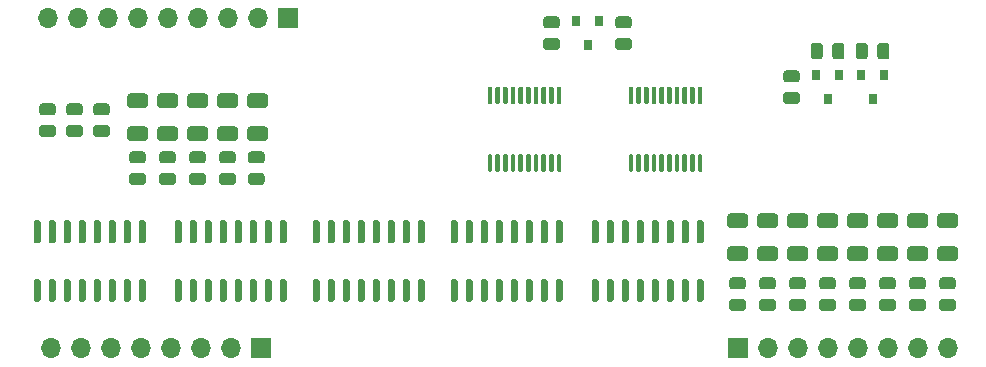
<source format=gbr>
%TF.GenerationSoftware,KiCad,Pcbnew,(5.1.10-1-10_14)*%
%TF.CreationDate,2021-10-28T11:05:28-04:00*%
%TF.ProjectId,ALU-smd,414c552d-736d-4642-9e6b-696361645f70,rev?*%
%TF.SameCoordinates,Original*%
%TF.FileFunction,Soldermask,Top*%
%TF.FilePolarity,Negative*%
%FSLAX46Y46*%
G04 Gerber Fmt 4.6, Leading zero omitted, Abs format (unit mm)*
G04 Created by KiCad (PCBNEW (5.1.10-1-10_14)) date 2021-10-28 11:05:28*
%MOMM*%
%LPD*%
G01*
G04 APERTURE LIST*
%ADD10R,0.800000X0.900000*%
%ADD11R,1.700000X1.700000*%
%ADD12O,1.700000X1.700000*%
G04 APERTURE END LIST*
%TO.C,U9*%
G36*
G01*
X91890001Y-146158000D02*
X90989999Y-146158000D01*
G75*
G02*
X90740000Y-145908001I0J249999D01*
G01*
X90740000Y-145382999D01*
G75*
G02*
X90989999Y-145133000I249999J0D01*
G01*
X91890001Y-145133000D01*
G75*
G02*
X92140000Y-145382999I0J-249999D01*
G01*
X92140000Y-145908001D01*
G75*
G02*
X91890001Y-146158000I-249999J0D01*
G01*
G37*
G36*
G01*
X91890001Y-147983000D02*
X90989999Y-147983000D01*
G75*
G02*
X90740000Y-147733001I0J249999D01*
G01*
X90740000Y-147207999D01*
G75*
G02*
X90989999Y-146958000I249999J0D01*
G01*
X91890001Y-146958000D01*
G75*
G02*
X92140000Y-147207999I0J-249999D01*
G01*
X92140000Y-147733001D01*
G75*
G02*
X91890001Y-147983000I-249999J0D01*
G01*
G37*
%TD*%
%TO.C,U8*%
G36*
G01*
X92065000Y-141465000D02*
X90815000Y-141465000D01*
G75*
G02*
X90565000Y-141215000I0J250000D01*
G01*
X90565000Y-140465000D01*
G75*
G02*
X90815000Y-140215000I250000J0D01*
G01*
X92065000Y-140215000D01*
G75*
G02*
X92315000Y-140465000I0J-250000D01*
G01*
X92315000Y-141215000D01*
G75*
G02*
X92065000Y-141465000I-250000J0D01*
G01*
G37*
G36*
G01*
X92065000Y-144265000D02*
X90815000Y-144265000D01*
G75*
G02*
X90565000Y-144015000I0J250000D01*
G01*
X90565000Y-143265000D01*
G75*
G02*
X90815000Y-143015000I250000J0D01*
G01*
X92065000Y-143015000D01*
G75*
G02*
X92315000Y-143265000I0J-250000D01*
G01*
X92315000Y-144015000D01*
G75*
G02*
X92065000Y-144265000I-250000J0D01*
G01*
G37*
%TD*%
%TO.C,U4*%
G36*
G01*
X81222001Y-142094000D02*
X80321999Y-142094000D01*
G75*
G02*
X80072000Y-141844001I0J249999D01*
G01*
X80072000Y-141318999D01*
G75*
G02*
X80321999Y-141069000I249999J0D01*
G01*
X81222001Y-141069000D01*
G75*
G02*
X81472000Y-141318999I0J-249999D01*
G01*
X81472000Y-141844001D01*
G75*
G02*
X81222001Y-142094000I-249999J0D01*
G01*
G37*
G36*
G01*
X81222001Y-143919000D02*
X80321999Y-143919000D01*
G75*
G02*
X80072000Y-143669001I0J249999D01*
G01*
X80072000Y-143143999D01*
G75*
G02*
X80321999Y-142894000I249999J0D01*
G01*
X81222001Y-142894000D01*
G75*
G02*
X81472000Y-143143999I0J-249999D01*
G01*
X81472000Y-143669001D01*
G75*
G02*
X81222001Y-143919000I-249999J0D01*
G01*
G37*
%TD*%
%TO.C,U23*%
G36*
G01*
X119411000Y-145381000D02*
X119611000Y-145381000D01*
G75*
G02*
X119711000Y-145481000I0J-100000D01*
G01*
X119711000Y-146756000D01*
G75*
G02*
X119611000Y-146856000I-100000J0D01*
G01*
X119411000Y-146856000D01*
G75*
G02*
X119311000Y-146756000I0J100000D01*
G01*
X119311000Y-145481000D01*
G75*
G02*
X119411000Y-145381000I100000J0D01*
G01*
G37*
G36*
G01*
X118761000Y-145381000D02*
X118961000Y-145381000D01*
G75*
G02*
X119061000Y-145481000I0J-100000D01*
G01*
X119061000Y-146756000D01*
G75*
G02*
X118961000Y-146856000I-100000J0D01*
G01*
X118761000Y-146856000D01*
G75*
G02*
X118661000Y-146756000I0J100000D01*
G01*
X118661000Y-145481000D01*
G75*
G02*
X118761000Y-145381000I100000J0D01*
G01*
G37*
G36*
G01*
X118111000Y-145381000D02*
X118311000Y-145381000D01*
G75*
G02*
X118411000Y-145481000I0J-100000D01*
G01*
X118411000Y-146756000D01*
G75*
G02*
X118311000Y-146856000I-100000J0D01*
G01*
X118111000Y-146856000D01*
G75*
G02*
X118011000Y-146756000I0J100000D01*
G01*
X118011000Y-145481000D01*
G75*
G02*
X118111000Y-145381000I100000J0D01*
G01*
G37*
G36*
G01*
X117461000Y-145381000D02*
X117661000Y-145381000D01*
G75*
G02*
X117761000Y-145481000I0J-100000D01*
G01*
X117761000Y-146756000D01*
G75*
G02*
X117661000Y-146856000I-100000J0D01*
G01*
X117461000Y-146856000D01*
G75*
G02*
X117361000Y-146756000I0J100000D01*
G01*
X117361000Y-145481000D01*
G75*
G02*
X117461000Y-145381000I100000J0D01*
G01*
G37*
G36*
G01*
X116811000Y-145381000D02*
X117011000Y-145381000D01*
G75*
G02*
X117111000Y-145481000I0J-100000D01*
G01*
X117111000Y-146756000D01*
G75*
G02*
X117011000Y-146856000I-100000J0D01*
G01*
X116811000Y-146856000D01*
G75*
G02*
X116711000Y-146756000I0J100000D01*
G01*
X116711000Y-145481000D01*
G75*
G02*
X116811000Y-145381000I100000J0D01*
G01*
G37*
G36*
G01*
X116161000Y-145381000D02*
X116361000Y-145381000D01*
G75*
G02*
X116461000Y-145481000I0J-100000D01*
G01*
X116461000Y-146756000D01*
G75*
G02*
X116361000Y-146856000I-100000J0D01*
G01*
X116161000Y-146856000D01*
G75*
G02*
X116061000Y-146756000I0J100000D01*
G01*
X116061000Y-145481000D01*
G75*
G02*
X116161000Y-145381000I100000J0D01*
G01*
G37*
G36*
G01*
X115511000Y-145381000D02*
X115711000Y-145381000D01*
G75*
G02*
X115811000Y-145481000I0J-100000D01*
G01*
X115811000Y-146756000D01*
G75*
G02*
X115711000Y-146856000I-100000J0D01*
G01*
X115511000Y-146856000D01*
G75*
G02*
X115411000Y-146756000I0J100000D01*
G01*
X115411000Y-145481000D01*
G75*
G02*
X115511000Y-145381000I100000J0D01*
G01*
G37*
G36*
G01*
X114861000Y-145381000D02*
X115061000Y-145381000D01*
G75*
G02*
X115161000Y-145481000I0J-100000D01*
G01*
X115161000Y-146756000D01*
G75*
G02*
X115061000Y-146856000I-100000J0D01*
G01*
X114861000Y-146856000D01*
G75*
G02*
X114761000Y-146756000I0J100000D01*
G01*
X114761000Y-145481000D01*
G75*
G02*
X114861000Y-145381000I100000J0D01*
G01*
G37*
G36*
G01*
X114211000Y-145381000D02*
X114411000Y-145381000D01*
G75*
G02*
X114511000Y-145481000I0J-100000D01*
G01*
X114511000Y-146756000D01*
G75*
G02*
X114411000Y-146856000I-100000J0D01*
G01*
X114211000Y-146856000D01*
G75*
G02*
X114111000Y-146756000I0J100000D01*
G01*
X114111000Y-145481000D01*
G75*
G02*
X114211000Y-145381000I100000J0D01*
G01*
G37*
G36*
G01*
X113561000Y-145381000D02*
X113761000Y-145381000D01*
G75*
G02*
X113861000Y-145481000I0J-100000D01*
G01*
X113861000Y-146756000D01*
G75*
G02*
X113761000Y-146856000I-100000J0D01*
G01*
X113561000Y-146856000D01*
G75*
G02*
X113461000Y-146756000I0J100000D01*
G01*
X113461000Y-145481000D01*
G75*
G02*
X113561000Y-145381000I100000J0D01*
G01*
G37*
G36*
G01*
X113561000Y-139656000D02*
X113761000Y-139656000D01*
G75*
G02*
X113861000Y-139756000I0J-100000D01*
G01*
X113861000Y-141031000D01*
G75*
G02*
X113761000Y-141131000I-100000J0D01*
G01*
X113561000Y-141131000D01*
G75*
G02*
X113461000Y-141031000I0J100000D01*
G01*
X113461000Y-139756000D01*
G75*
G02*
X113561000Y-139656000I100000J0D01*
G01*
G37*
G36*
G01*
X114211000Y-139656000D02*
X114411000Y-139656000D01*
G75*
G02*
X114511000Y-139756000I0J-100000D01*
G01*
X114511000Y-141031000D01*
G75*
G02*
X114411000Y-141131000I-100000J0D01*
G01*
X114211000Y-141131000D01*
G75*
G02*
X114111000Y-141031000I0J100000D01*
G01*
X114111000Y-139756000D01*
G75*
G02*
X114211000Y-139656000I100000J0D01*
G01*
G37*
G36*
G01*
X114861000Y-139656000D02*
X115061000Y-139656000D01*
G75*
G02*
X115161000Y-139756000I0J-100000D01*
G01*
X115161000Y-141031000D01*
G75*
G02*
X115061000Y-141131000I-100000J0D01*
G01*
X114861000Y-141131000D01*
G75*
G02*
X114761000Y-141031000I0J100000D01*
G01*
X114761000Y-139756000D01*
G75*
G02*
X114861000Y-139656000I100000J0D01*
G01*
G37*
G36*
G01*
X115511000Y-139656000D02*
X115711000Y-139656000D01*
G75*
G02*
X115811000Y-139756000I0J-100000D01*
G01*
X115811000Y-141031000D01*
G75*
G02*
X115711000Y-141131000I-100000J0D01*
G01*
X115511000Y-141131000D01*
G75*
G02*
X115411000Y-141031000I0J100000D01*
G01*
X115411000Y-139756000D01*
G75*
G02*
X115511000Y-139656000I100000J0D01*
G01*
G37*
G36*
G01*
X116161000Y-139656000D02*
X116361000Y-139656000D01*
G75*
G02*
X116461000Y-139756000I0J-100000D01*
G01*
X116461000Y-141031000D01*
G75*
G02*
X116361000Y-141131000I-100000J0D01*
G01*
X116161000Y-141131000D01*
G75*
G02*
X116061000Y-141031000I0J100000D01*
G01*
X116061000Y-139756000D01*
G75*
G02*
X116161000Y-139656000I100000J0D01*
G01*
G37*
G36*
G01*
X116811000Y-139656000D02*
X117011000Y-139656000D01*
G75*
G02*
X117111000Y-139756000I0J-100000D01*
G01*
X117111000Y-141031000D01*
G75*
G02*
X117011000Y-141131000I-100000J0D01*
G01*
X116811000Y-141131000D01*
G75*
G02*
X116711000Y-141031000I0J100000D01*
G01*
X116711000Y-139756000D01*
G75*
G02*
X116811000Y-139656000I100000J0D01*
G01*
G37*
G36*
G01*
X117461000Y-139656000D02*
X117661000Y-139656000D01*
G75*
G02*
X117761000Y-139756000I0J-100000D01*
G01*
X117761000Y-141031000D01*
G75*
G02*
X117661000Y-141131000I-100000J0D01*
G01*
X117461000Y-141131000D01*
G75*
G02*
X117361000Y-141031000I0J100000D01*
G01*
X117361000Y-139756000D01*
G75*
G02*
X117461000Y-139656000I100000J0D01*
G01*
G37*
G36*
G01*
X118111000Y-139656000D02*
X118311000Y-139656000D01*
G75*
G02*
X118411000Y-139756000I0J-100000D01*
G01*
X118411000Y-141031000D01*
G75*
G02*
X118311000Y-141131000I-100000J0D01*
G01*
X118111000Y-141131000D01*
G75*
G02*
X118011000Y-141031000I0J100000D01*
G01*
X118011000Y-139756000D01*
G75*
G02*
X118111000Y-139656000I100000J0D01*
G01*
G37*
G36*
G01*
X118761000Y-139656000D02*
X118961000Y-139656000D01*
G75*
G02*
X119061000Y-139756000I0J-100000D01*
G01*
X119061000Y-141031000D01*
G75*
G02*
X118961000Y-141131000I-100000J0D01*
G01*
X118761000Y-141131000D01*
G75*
G02*
X118661000Y-141031000I0J100000D01*
G01*
X118661000Y-139756000D01*
G75*
G02*
X118761000Y-139656000I100000J0D01*
G01*
G37*
G36*
G01*
X119411000Y-139656000D02*
X119611000Y-139656000D01*
G75*
G02*
X119711000Y-139756000I0J-100000D01*
G01*
X119711000Y-141031000D01*
G75*
G02*
X119611000Y-141131000I-100000J0D01*
G01*
X119411000Y-141131000D01*
G75*
G02*
X119311000Y-141031000I0J100000D01*
G01*
X119311000Y-139756000D01*
G75*
G02*
X119411000Y-139656000I100000J0D01*
G01*
G37*
%TD*%
%TO.C,U7*%
G36*
G01*
X94326501Y-146158000D02*
X93426499Y-146158000D01*
G75*
G02*
X93176500Y-145908001I0J249999D01*
G01*
X93176500Y-145382999D01*
G75*
G02*
X93426499Y-145133000I249999J0D01*
G01*
X94326501Y-145133000D01*
G75*
G02*
X94576500Y-145382999I0J-249999D01*
G01*
X94576500Y-145908001D01*
G75*
G02*
X94326501Y-146158000I-249999J0D01*
G01*
G37*
G36*
G01*
X94326501Y-147983000D02*
X93426499Y-147983000D01*
G75*
G02*
X93176500Y-147733001I0J249999D01*
G01*
X93176500Y-147207999D01*
G75*
G02*
X93426499Y-146958000I249999J0D01*
G01*
X94326501Y-146958000D01*
G75*
G02*
X94576500Y-147207999I0J-249999D01*
G01*
X94576500Y-147733001D01*
G75*
G02*
X94326501Y-147983000I-249999J0D01*
G01*
G37*
%TD*%
%TO.C,U3*%
G36*
G01*
X94605000Y-141465000D02*
X93355000Y-141465000D01*
G75*
G02*
X93105000Y-141215000I0J250000D01*
G01*
X93105000Y-140465000D01*
G75*
G02*
X93355000Y-140215000I250000J0D01*
G01*
X94605000Y-140215000D01*
G75*
G02*
X94855000Y-140465000I0J-250000D01*
G01*
X94855000Y-141215000D01*
G75*
G02*
X94605000Y-141465000I-250000J0D01*
G01*
G37*
G36*
G01*
X94605000Y-144265000D02*
X93355000Y-144265000D01*
G75*
G02*
X93105000Y-144015000I0J250000D01*
G01*
X93105000Y-143265000D01*
G75*
G02*
X93355000Y-143015000I250000J0D01*
G01*
X94605000Y-143015000D01*
G75*
G02*
X94855000Y-143265000I0J-250000D01*
G01*
X94855000Y-144015000D01*
G75*
G02*
X94605000Y-144265000I-250000J0D01*
G01*
G37*
%TD*%
%TO.C,U2*%
G36*
G01*
X84270001Y-146158000D02*
X83369999Y-146158000D01*
G75*
G02*
X83120000Y-145908001I0J249999D01*
G01*
X83120000Y-145382999D01*
G75*
G02*
X83369999Y-145133000I249999J0D01*
G01*
X84270001Y-145133000D01*
G75*
G02*
X84520000Y-145382999I0J-249999D01*
G01*
X84520000Y-145908001D01*
G75*
G02*
X84270001Y-146158000I-249999J0D01*
G01*
G37*
G36*
G01*
X84270001Y-147983000D02*
X83369999Y-147983000D01*
G75*
G02*
X83120000Y-147733001I0J249999D01*
G01*
X83120000Y-147207999D01*
G75*
G02*
X83369999Y-146958000I249999J0D01*
G01*
X84270001Y-146958000D01*
G75*
G02*
X84520000Y-147207999I0J-249999D01*
G01*
X84520000Y-147733001D01*
G75*
G02*
X84270001Y-147983000I-249999J0D01*
G01*
G37*
%TD*%
%TO.C,U1*%
G36*
G01*
X84445000Y-141465000D02*
X83195000Y-141465000D01*
G75*
G02*
X82945000Y-141215000I0J250000D01*
G01*
X82945000Y-140465000D01*
G75*
G02*
X83195000Y-140215000I250000J0D01*
G01*
X84445000Y-140215000D01*
G75*
G02*
X84695000Y-140465000I0J-250000D01*
G01*
X84695000Y-141215000D01*
G75*
G02*
X84445000Y-141465000I-250000J0D01*
G01*
G37*
G36*
G01*
X84445000Y-144265000D02*
X83195000Y-144265000D01*
G75*
G02*
X82945000Y-144015000I0J250000D01*
G01*
X82945000Y-143265000D01*
G75*
G02*
X83195000Y-143015000I250000J0D01*
G01*
X84445000Y-143015000D01*
G75*
G02*
X84695000Y-143265000I0J-250000D01*
G01*
X84695000Y-144015000D01*
G75*
G02*
X84445000Y-144265000I-250000J0D01*
G01*
G37*
%TD*%
%TO.C,U41*%
G36*
G01*
X86810001Y-146158000D02*
X85909999Y-146158000D01*
G75*
G02*
X85660000Y-145908001I0J249999D01*
G01*
X85660000Y-145382999D01*
G75*
G02*
X85909999Y-145133000I249999J0D01*
G01*
X86810001Y-145133000D01*
G75*
G02*
X87060000Y-145382999I0J-249999D01*
G01*
X87060000Y-145908001D01*
G75*
G02*
X86810001Y-146158000I-249999J0D01*
G01*
G37*
G36*
G01*
X86810001Y-147983000D02*
X85909999Y-147983000D01*
G75*
G02*
X85660000Y-147733001I0J249999D01*
G01*
X85660000Y-147207999D01*
G75*
G02*
X85909999Y-146958000I249999J0D01*
G01*
X86810001Y-146958000D01*
G75*
G02*
X87060000Y-147207999I0J-249999D01*
G01*
X87060000Y-147733001D01*
G75*
G02*
X86810001Y-147983000I-249999J0D01*
G01*
G37*
%TD*%
%TO.C,U40*%
G36*
G01*
X89350001Y-146158000D02*
X88449999Y-146158000D01*
G75*
G02*
X88200000Y-145908001I0J249999D01*
G01*
X88200000Y-145382999D01*
G75*
G02*
X88449999Y-145133000I249999J0D01*
G01*
X89350001Y-145133000D01*
G75*
G02*
X89600000Y-145382999I0J-249999D01*
G01*
X89600000Y-145908001D01*
G75*
G02*
X89350001Y-146158000I-249999J0D01*
G01*
G37*
G36*
G01*
X89350001Y-147983000D02*
X88449999Y-147983000D01*
G75*
G02*
X88200000Y-147733001I0J249999D01*
G01*
X88200000Y-147207999D01*
G75*
G02*
X88449999Y-146958000I249999J0D01*
G01*
X89350001Y-146958000D01*
G75*
G02*
X89600000Y-147207999I0J-249999D01*
G01*
X89600000Y-147733001D01*
G75*
G02*
X89350001Y-147983000I-249999J0D01*
G01*
G37*
%TD*%
%TO.C,U6*%
G36*
G01*
X78936001Y-142094000D02*
X78035999Y-142094000D01*
G75*
G02*
X77786000Y-141844001I0J249999D01*
G01*
X77786000Y-141318999D01*
G75*
G02*
X78035999Y-141069000I249999J0D01*
G01*
X78936001Y-141069000D01*
G75*
G02*
X79186000Y-141318999I0J-249999D01*
G01*
X79186000Y-141844001D01*
G75*
G02*
X78936001Y-142094000I-249999J0D01*
G01*
G37*
G36*
G01*
X78936001Y-143919000D02*
X78035999Y-143919000D01*
G75*
G02*
X77786000Y-143669001I0J249999D01*
G01*
X77786000Y-143143999D01*
G75*
G02*
X78035999Y-142894000I249999J0D01*
G01*
X78936001Y-142894000D01*
G75*
G02*
X79186000Y-143143999I0J-249999D01*
G01*
X79186000Y-143669001D01*
G75*
G02*
X78936001Y-143919000I-249999J0D01*
G01*
G37*
%TD*%
%TO.C,U5*%
G36*
G01*
X75749999Y-142894000D02*
X76650001Y-142894000D01*
G75*
G02*
X76900000Y-143143999I0J-249999D01*
G01*
X76900000Y-143669001D01*
G75*
G02*
X76650001Y-143919000I-249999J0D01*
G01*
X75749999Y-143919000D01*
G75*
G02*
X75500000Y-143669001I0J249999D01*
G01*
X75500000Y-143143999D01*
G75*
G02*
X75749999Y-142894000I249999J0D01*
G01*
G37*
G36*
G01*
X75749999Y-141069000D02*
X76650001Y-141069000D01*
G75*
G02*
X76900000Y-141318999I0J-249999D01*
G01*
X76900000Y-141844001D01*
G75*
G02*
X76650001Y-142094000I-249999J0D01*
G01*
X75749999Y-142094000D01*
G75*
G02*
X75500000Y-141844001I0J249999D01*
G01*
X75500000Y-141318999D01*
G75*
G02*
X75749999Y-141069000I249999J0D01*
G01*
G37*
%TD*%
%TO.C,R8*%
G36*
G01*
X151949999Y-157626000D02*
X152850001Y-157626000D01*
G75*
G02*
X153100000Y-157875999I0J-249999D01*
G01*
X153100000Y-158401001D01*
G75*
G02*
X152850001Y-158651000I-249999J0D01*
G01*
X151949999Y-158651000D01*
G75*
G02*
X151700000Y-158401001I0J249999D01*
G01*
X151700000Y-157875999D01*
G75*
G02*
X151949999Y-157626000I249999J0D01*
G01*
G37*
G36*
G01*
X151949999Y-155801000D02*
X152850001Y-155801000D01*
G75*
G02*
X153100000Y-156050999I0J-249999D01*
G01*
X153100000Y-156576001D01*
G75*
G02*
X152850001Y-156826000I-249999J0D01*
G01*
X151949999Y-156826000D01*
G75*
G02*
X151700000Y-156576001I0J249999D01*
G01*
X151700000Y-156050999D01*
G75*
G02*
X151949999Y-155801000I249999J0D01*
G01*
G37*
%TD*%
%TO.C,R7*%
G36*
G01*
X149409999Y-157626000D02*
X150310001Y-157626000D01*
G75*
G02*
X150560000Y-157875999I0J-249999D01*
G01*
X150560000Y-158401001D01*
G75*
G02*
X150310001Y-158651000I-249999J0D01*
G01*
X149409999Y-158651000D01*
G75*
G02*
X149160000Y-158401001I0J249999D01*
G01*
X149160000Y-157875999D01*
G75*
G02*
X149409999Y-157626000I249999J0D01*
G01*
G37*
G36*
G01*
X149409999Y-155801000D02*
X150310001Y-155801000D01*
G75*
G02*
X150560000Y-156050999I0J-249999D01*
G01*
X150560000Y-156576001D01*
G75*
G02*
X150310001Y-156826000I-249999J0D01*
G01*
X149409999Y-156826000D01*
G75*
G02*
X149160000Y-156576001I0J249999D01*
G01*
X149160000Y-156050999D01*
G75*
G02*
X149409999Y-155801000I249999J0D01*
G01*
G37*
%TD*%
%TO.C,R6*%
G36*
G01*
X146869999Y-157626000D02*
X147770001Y-157626000D01*
G75*
G02*
X148020000Y-157875999I0J-249999D01*
G01*
X148020000Y-158401001D01*
G75*
G02*
X147770001Y-158651000I-249999J0D01*
G01*
X146869999Y-158651000D01*
G75*
G02*
X146620000Y-158401001I0J249999D01*
G01*
X146620000Y-157875999D01*
G75*
G02*
X146869999Y-157626000I249999J0D01*
G01*
G37*
G36*
G01*
X146869999Y-155801000D02*
X147770001Y-155801000D01*
G75*
G02*
X148020000Y-156050999I0J-249999D01*
G01*
X148020000Y-156576001D01*
G75*
G02*
X147770001Y-156826000I-249999J0D01*
G01*
X146869999Y-156826000D01*
G75*
G02*
X146620000Y-156576001I0J249999D01*
G01*
X146620000Y-156050999D01*
G75*
G02*
X146869999Y-155801000I249999J0D01*
G01*
G37*
%TD*%
%TO.C,R5*%
G36*
G01*
X144329999Y-157626000D02*
X145230001Y-157626000D01*
G75*
G02*
X145480000Y-157875999I0J-249999D01*
G01*
X145480000Y-158401001D01*
G75*
G02*
X145230001Y-158651000I-249999J0D01*
G01*
X144329999Y-158651000D01*
G75*
G02*
X144080000Y-158401001I0J249999D01*
G01*
X144080000Y-157875999D01*
G75*
G02*
X144329999Y-157626000I249999J0D01*
G01*
G37*
G36*
G01*
X144329999Y-155801000D02*
X145230001Y-155801000D01*
G75*
G02*
X145480000Y-156050999I0J-249999D01*
G01*
X145480000Y-156576001D01*
G75*
G02*
X145230001Y-156826000I-249999J0D01*
G01*
X144329999Y-156826000D01*
G75*
G02*
X144080000Y-156576001I0J249999D01*
G01*
X144080000Y-156050999D01*
G75*
G02*
X144329999Y-155801000I249999J0D01*
G01*
G37*
%TD*%
%TO.C,R4*%
G36*
G01*
X141789999Y-157626000D02*
X142690001Y-157626000D01*
G75*
G02*
X142940000Y-157875999I0J-249999D01*
G01*
X142940000Y-158401001D01*
G75*
G02*
X142690001Y-158651000I-249999J0D01*
G01*
X141789999Y-158651000D01*
G75*
G02*
X141540000Y-158401001I0J249999D01*
G01*
X141540000Y-157875999D01*
G75*
G02*
X141789999Y-157626000I249999J0D01*
G01*
G37*
G36*
G01*
X141789999Y-155801000D02*
X142690001Y-155801000D01*
G75*
G02*
X142940000Y-156050999I0J-249999D01*
G01*
X142940000Y-156576001D01*
G75*
G02*
X142690001Y-156826000I-249999J0D01*
G01*
X141789999Y-156826000D01*
G75*
G02*
X141540000Y-156576001I0J249999D01*
G01*
X141540000Y-156050999D01*
G75*
G02*
X141789999Y-155801000I249999J0D01*
G01*
G37*
%TD*%
%TO.C,R3*%
G36*
G01*
X139249999Y-157626000D02*
X140150001Y-157626000D01*
G75*
G02*
X140400000Y-157875999I0J-249999D01*
G01*
X140400000Y-158401001D01*
G75*
G02*
X140150001Y-158651000I-249999J0D01*
G01*
X139249999Y-158651000D01*
G75*
G02*
X139000000Y-158401001I0J249999D01*
G01*
X139000000Y-157875999D01*
G75*
G02*
X139249999Y-157626000I249999J0D01*
G01*
G37*
G36*
G01*
X139249999Y-155801000D02*
X140150001Y-155801000D01*
G75*
G02*
X140400000Y-156050999I0J-249999D01*
G01*
X140400000Y-156576001D01*
G75*
G02*
X140150001Y-156826000I-249999J0D01*
G01*
X139249999Y-156826000D01*
G75*
G02*
X139000000Y-156576001I0J249999D01*
G01*
X139000000Y-156050999D01*
G75*
G02*
X139249999Y-155801000I249999J0D01*
G01*
G37*
%TD*%
%TO.C,R2*%
G36*
G01*
X136709999Y-157626000D02*
X137610001Y-157626000D01*
G75*
G02*
X137860000Y-157875999I0J-249999D01*
G01*
X137860000Y-158401001D01*
G75*
G02*
X137610001Y-158651000I-249999J0D01*
G01*
X136709999Y-158651000D01*
G75*
G02*
X136460000Y-158401001I0J249999D01*
G01*
X136460000Y-157875999D01*
G75*
G02*
X136709999Y-157626000I249999J0D01*
G01*
G37*
G36*
G01*
X136709999Y-155801000D02*
X137610001Y-155801000D01*
G75*
G02*
X137860000Y-156050999I0J-249999D01*
G01*
X137860000Y-156576001D01*
G75*
G02*
X137610001Y-156826000I-249999J0D01*
G01*
X136709999Y-156826000D01*
G75*
G02*
X136460000Y-156576001I0J249999D01*
G01*
X136460000Y-156050999D01*
G75*
G02*
X136709999Y-155801000I249999J0D01*
G01*
G37*
%TD*%
%TO.C,R1*%
G36*
G01*
X134169999Y-157626000D02*
X135070001Y-157626000D01*
G75*
G02*
X135320000Y-157875999I0J-249999D01*
G01*
X135320000Y-158401001D01*
G75*
G02*
X135070001Y-158651000I-249999J0D01*
G01*
X134169999Y-158651000D01*
G75*
G02*
X133920000Y-158401001I0J249999D01*
G01*
X133920000Y-157875999D01*
G75*
G02*
X134169999Y-157626000I249999J0D01*
G01*
G37*
G36*
G01*
X134169999Y-155801000D02*
X135070001Y-155801000D01*
G75*
G02*
X135320000Y-156050999I0J-249999D01*
G01*
X135320000Y-156576001D01*
G75*
G02*
X135070001Y-156826000I-249999J0D01*
G01*
X134169999Y-156826000D01*
G75*
G02*
X133920000Y-156576001I0J249999D01*
G01*
X133920000Y-156050999D01*
G75*
G02*
X134169999Y-155801000I249999J0D01*
G01*
G37*
%TD*%
%TO.C,R13*%
G36*
G01*
X124517999Y-135528000D02*
X125418001Y-135528000D01*
G75*
G02*
X125668000Y-135777999I0J-249999D01*
G01*
X125668000Y-136303001D01*
G75*
G02*
X125418001Y-136553000I-249999J0D01*
G01*
X124517999Y-136553000D01*
G75*
G02*
X124268000Y-136303001I0J249999D01*
G01*
X124268000Y-135777999D01*
G75*
G02*
X124517999Y-135528000I249999J0D01*
G01*
G37*
G36*
G01*
X124517999Y-133703000D02*
X125418001Y-133703000D01*
G75*
G02*
X125668000Y-133952999I0J-249999D01*
G01*
X125668000Y-134478001D01*
G75*
G02*
X125418001Y-134728000I-249999J0D01*
G01*
X124517999Y-134728000D01*
G75*
G02*
X124268000Y-134478001I0J249999D01*
G01*
X124268000Y-133952999D01*
G75*
G02*
X124517999Y-133703000I249999J0D01*
G01*
G37*
%TD*%
%TO.C,R12*%
G36*
G01*
X119322001Y-134728000D02*
X118421999Y-134728000D01*
G75*
G02*
X118172000Y-134478001I0J249999D01*
G01*
X118172000Y-133952999D01*
G75*
G02*
X118421999Y-133703000I249999J0D01*
G01*
X119322001Y-133703000D01*
G75*
G02*
X119572000Y-133952999I0J-249999D01*
G01*
X119572000Y-134478001D01*
G75*
G02*
X119322001Y-134728000I-249999J0D01*
G01*
G37*
G36*
G01*
X119322001Y-136553000D02*
X118421999Y-136553000D01*
G75*
G02*
X118172000Y-136303001I0J249999D01*
G01*
X118172000Y-135777999D01*
G75*
G02*
X118421999Y-135528000I249999J0D01*
G01*
X119322001Y-135528000D01*
G75*
G02*
X119572000Y-135777999I0J-249999D01*
G01*
X119572000Y-136303001D01*
G75*
G02*
X119322001Y-136553000I-249999J0D01*
G01*
G37*
%TD*%
%TO.C,R11*%
G36*
G01*
X145650000Y-136201999D02*
X145650000Y-137102001D01*
G75*
G02*
X145400001Y-137352000I-249999J0D01*
G01*
X144874999Y-137352000D01*
G75*
G02*
X144625000Y-137102001I0J249999D01*
G01*
X144625000Y-136201999D01*
G75*
G02*
X144874999Y-135952000I249999J0D01*
G01*
X145400001Y-135952000D01*
G75*
G02*
X145650000Y-136201999I0J-249999D01*
G01*
G37*
G36*
G01*
X147475000Y-136201999D02*
X147475000Y-137102001D01*
G75*
G02*
X147225001Y-137352000I-249999J0D01*
G01*
X146699999Y-137352000D01*
G75*
G02*
X146450000Y-137102001I0J249999D01*
G01*
X146450000Y-136201999D01*
G75*
G02*
X146699999Y-135952000I249999J0D01*
G01*
X147225001Y-135952000D01*
G75*
G02*
X147475000Y-136201999I0J-249999D01*
G01*
G37*
%TD*%
%TO.C,R10*%
G36*
G01*
X139642001Y-139300000D02*
X138741999Y-139300000D01*
G75*
G02*
X138492000Y-139050001I0J249999D01*
G01*
X138492000Y-138524999D01*
G75*
G02*
X138741999Y-138275000I249999J0D01*
G01*
X139642001Y-138275000D01*
G75*
G02*
X139892000Y-138524999I0J-249999D01*
G01*
X139892000Y-139050001D01*
G75*
G02*
X139642001Y-139300000I-249999J0D01*
G01*
G37*
G36*
G01*
X139642001Y-141125000D02*
X138741999Y-141125000D01*
G75*
G02*
X138492000Y-140875001I0J249999D01*
G01*
X138492000Y-140349999D01*
G75*
G02*
X138741999Y-140100000I249999J0D01*
G01*
X139642001Y-140100000D01*
G75*
G02*
X139892000Y-140349999I0J-249999D01*
G01*
X139892000Y-140875001D01*
G75*
G02*
X139642001Y-141125000I-249999J0D01*
G01*
G37*
%TD*%
%TO.C,R9*%
G36*
G01*
X141840000Y-136201999D02*
X141840000Y-137102001D01*
G75*
G02*
X141590001Y-137352000I-249999J0D01*
G01*
X141064999Y-137352000D01*
G75*
G02*
X140815000Y-137102001I0J249999D01*
G01*
X140815000Y-136201999D01*
G75*
G02*
X141064999Y-135952000I249999J0D01*
G01*
X141590001Y-135952000D01*
G75*
G02*
X141840000Y-136201999I0J-249999D01*
G01*
G37*
G36*
G01*
X143665000Y-136201999D02*
X143665000Y-137102001D01*
G75*
G02*
X143415001Y-137352000I-249999J0D01*
G01*
X142889999Y-137352000D01*
G75*
G02*
X142640000Y-137102001I0J249999D01*
G01*
X142640000Y-136201999D01*
G75*
G02*
X142889999Y-135952000I249999J0D01*
G01*
X143415001Y-135952000D01*
G75*
G02*
X143665000Y-136201999I0J-249999D01*
G01*
G37*
%TD*%
%TO.C,U39*%
G36*
G01*
X86985000Y-144265000D02*
X85735000Y-144265000D01*
G75*
G02*
X85485000Y-144015000I0J250000D01*
G01*
X85485000Y-143265000D01*
G75*
G02*
X85735000Y-143015000I250000J0D01*
G01*
X86985000Y-143015000D01*
G75*
G02*
X87235000Y-143265000I0J-250000D01*
G01*
X87235000Y-144015000D01*
G75*
G02*
X86985000Y-144265000I-250000J0D01*
G01*
G37*
G36*
G01*
X86985000Y-141465000D02*
X85735000Y-141465000D01*
G75*
G02*
X85485000Y-141215000I0J250000D01*
G01*
X85485000Y-140465000D01*
G75*
G02*
X85735000Y-140215000I250000J0D01*
G01*
X86985000Y-140215000D01*
G75*
G02*
X87235000Y-140465000I0J-250000D01*
G01*
X87235000Y-141215000D01*
G75*
G02*
X86985000Y-141465000I-250000J0D01*
G01*
G37*
%TD*%
D10*
%TO.C,Q3*%
X122870000Y-134128000D03*
X120970000Y-134128000D03*
X121920000Y-136128000D03*
%TD*%
%TO.C,U38*%
G36*
G01*
X89525000Y-144265000D02*
X88275000Y-144265000D01*
G75*
G02*
X88025000Y-144015000I0J250000D01*
G01*
X88025000Y-143265000D01*
G75*
G02*
X88275000Y-143015000I250000J0D01*
G01*
X89525000Y-143015000D01*
G75*
G02*
X89775000Y-143265000I0J-250000D01*
G01*
X89775000Y-144015000D01*
G75*
G02*
X89525000Y-144265000I-250000J0D01*
G01*
G37*
G36*
G01*
X89525000Y-141465000D02*
X88275000Y-141465000D01*
G75*
G02*
X88025000Y-141215000I0J250000D01*
G01*
X88025000Y-140465000D01*
G75*
G02*
X88275000Y-140215000I250000J0D01*
G01*
X89525000Y-140215000D01*
G75*
G02*
X89775000Y-140465000I0J-250000D01*
G01*
X89775000Y-141215000D01*
G75*
G02*
X89525000Y-141465000I-250000J0D01*
G01*
G37*
%TD*%
%TO.C,U32*%
G36*
G01*
X153025000Y-154425000D02*
X151775000Y-154425000D01*
G75*
G02*
X151525000Y-154175000I0J250000D01*
G01*
X151525000Y-153425000D01*
G75*
G02*
X151775000Y-153175000I250000J0D01*
G01*
X153025000Y-153175000D01*
G75*
G02*
X153275000Y-153425000I0J-250000D01*
G01*
X153275000Y-154175000D01*
G75*
G02*
X153025000Y-154425000I-250000J0D01*
G01*
G37*
G36*
G01*
X153025000Y-151625000D02*
X151775000Y-151625000D01*
G75*
G02*
X151525000Y-151375000I0J250000D01*
G01*
X151525000Y-150625000D01*
G75*
G02*
X151775000Y-150375000I250000J0D01*
G01*
X153025000Y-150375000D01*
G75*
G02*
X153275000Y-150625000I0J-250000D01*
G01*
X153275000Y-151375000D01*
G75*
G02*
X153025000Y-151625000I-250000J0D01*
G01*
G37*
%TD*%
%TO.C,U24*%
G36*
G01*
X125699000Y-146856000D02*
X125499000Y-146856000D01*
G75*
G02*
X125399000Y-146756000I0J100000D01*
G01*
X125399000Y-145481000D01*
G75*
G02*
X125499000Y-145381000I100000J0D01*
G01*
X125699000Y-145381000D01*
G75*
G02*
X125799000Y-145481000I0J-100000D01*
G01*
X125799000Y-146756000D01*
G75*
G02*
X125699000Y-146856000I-100000J0D01*
G01*
G37*
G36*
G01*
X126349000Y-146856000D02*
X126149000Y-146856000D01*
G75*
G02*
X126049000Y-146756000I0J100000D01*
G01*
X126049000Y-145481000D01*
G75*
G02*
X126149000Y-145381000I100000J0D01*
G01*
X126349000Y-145381000D01*
G75*
G02*
X126449000Y-145481000I0J-100000D01*
G01*
X126449000Y-146756000D01*
G75*
G02*
X126349000Y-146856000I-100000J0D01*
G01*
G37*
G36*
G01*
X126999000Y-146856000D02*
X126799000Y-146856000D01*
G75*
G02*
X126699000Y-146756000I0J100000D01*
G01*
X126699000Y-145481000D01*
G75*
G02*
X126799000Y-145381000I100000J0D01*
G01*
X126999000Y-145381000D01*
G75*
G02*
X127099000Y-145481000I0J-100000D01*
G01*
X127099000Y-146756000D01*
G75*
G02*
X126999000Y-146856000I-100000J0D01*
G01*
G37*
G36*
G01*
X127649000Y-146856000D02*
X127449000Y-146856000D01*
G75*
G02*
X127349000Y-146756000I0J100000D01*
G01*
X127349000Y-145481000D01*
G75*
G02*
X127449000Y-145381000I100000J0D01*
G01*
X127649000Y-145381000D01*
G75*
G02*
X127749000Y-145481000I0J-100000D01*
G01*
X127749000Y-146756000D01*
G75*
G02*
X127649000Y-146856000I-100000J0D01*
G01*
G37*
G36*
G01*
X128299000Y-146856000D02*
X128099000Y-146856000D01*
G75*
G02*
X127999000Y-146756000I0J100000D01*
G01*
X127999000Y-145481000D01*
G75*
G02*
X128099000Y-145381000I100000J0D01*
G01*
X128299000Y-145381000D01*
G75*
G02*
X128399000Y-145481000I0J-100000D01*
G01*
X128399000Y-146756000D01*
G75*
G02*
X128299000Y-146856000I-100000J0D01*
G01*
G37*
G36*
G01*
X128949000Y-146856000D02*
X128749000Y-146856000D01*
G75*
G02*
X128649000Y-146756000I0J100000D01*
G01*
X128649000Y-145481000D01*
G75*
G02*
X128749000Y-145381000I100000J0D01*
G01*
X128949000Y-145381000D01*
G75*
G02*
X129049000Y-145481000I0J-100000D01*
G01*
X129049000Y-146756000D01*
G75*
G02*
X128949000Y-146856000I-100000J0D01*
G01*
G37*
G36*
G01*
X129599000Y-146856000D02*
X129399000Y-146856000D01*
G75*
G02*
X129299000Y-146756000I0J100000D01*
G01*
X129299000Y-145481000D01*
G75*
G02*
X129399000Y-145381000I100000J0D01*
G01*
X129599000Y-145381000D01*
G75*
G02*
X129699000Y-145481000I0J-100000D01*
G01*
X129699000Y-146756000D01*
G75*
G02*
X129599000Y-146856000I-100000J0D01*
G01*
G37*
G36*
G01*
X130249000Y-146856000D02*
X130049000Y-146856000D01*
G75*
G02*
X129949000Y-146756000I0J100000D01*
G01*
X129949000Y-145481000D01*
G75*
G02*
X130049000Y-145381000I100000J0D01*
G01*
X130249000Y-145381000D01*
G75*
G02*
X130349000Y-145481000I0J-100000D01*
G01*
X130349000Y-146756000D01*
G75*
G02*
X130249000Y-146856000I-100000J0D01*
G01*
G37*
G36*
G01*
X130899000Y-146856000D02*
X130699000Y-146856000D01*
G75*
G02*
X130599000Y-146756000I0J100000D01*
G01*
X130599000Y-145481000D01*
G75*
G02*
X130699000Y-145381000I100000J0D01*
G01*
X130899000Y-145381000D01*
G75*
G02*
X130999000Y-145481000I0J-100000D01*
G01*
X130999000Y-146756000D01*
G75*
G02*
X130899000Y-146856000I-100000J0D01*
G01*
G37*
G36*
G01*
X131549000Y-146856000D02*
X131349000Y-146856000D01*
G75*
G02*
X131249000Y-146756000I0J100000D01*
G01*
X131249000Y-145481000D01*
G75*
G02*
X131349000Y-145381000I100000J0D01*
G01*
X131549000Y-145381000D01*
G75*
G02*
X131649000Y-145481000I0J-100000D01*
G01*
X131649000Y-146756000D01*
G75*
G02*
X131549000Y-146856000I-100000J0D01*
G01*
G37*
G36*
G01*
X131549000Y-141131000D02*
X131349000Y-141131000D01*
G75*
G02*
X131249000Y-141031000I0J100000D01*
G01*
X131249000Y-139756000D01*
G75*
G02*
X131349000Y-139656000I100000J0D01*
G01*
X131549000Y-139656000D01*
G75*
G02*
X131649000Y-139756000I0J-100000D01*
G01*
X131649000Y-141031000D01*
G75*
G02*
X131549000Y-141131000I-100000J0D01*
G01*
G37*
G36*
G01*
X130899000Y-141131000D02*
X130699000Y-141131000D01*
G75*
G02*
X130599000Y-141031000I0J100000D01*
G01*
X130599000Y-139756000D01*
G75*
G02*
X130699000Y-139656000I100000J0D01*
G01*
X130899000Y-139656000D01*
G75*
G02*
X130999000Y-139756000I0J-100000D01*
G01*
X130999000Y-141031000D01*
G75*
G02*
X130899000Y-141131000I-100000J0D01*
G01*
G37*
G36*
G01*
X130249000Y-141131000D02*
X130049000Y-141131000D01*
G75*
G02*
X129949000Y-141031000I0J100000D01*
G01*
X129949000Y-139756000D01*
G75*
G02*
X130049000Y-139656000I100000J0D01*
G01*
X130249000Y-139656000D01*
G75*
G02*
X130349000Y-139756000I0J-100000D01*
G01*
X130349000Y-141031000D01*
G75*
G02*
X130249000Y-141131000I-100000J0D01*
G01*
G37*
G36*
G01*
X129599000Y-141131000D02*
X129399000Y-141131000D01*
G75*
G02*
X129299000Y-141031000I0J100000D01*
G01*
X129299000Y-139756000D01*
G75*
G02*
X129399000Y-139656000I100000J0D01*
G01*
X129599000Y-139656000D01*
G75*
G02*
X129699000Y-139756000I0J-100000D01*
G01*
X129699000Y-141031000D01*
G75*
G02*
X129599000Y-141131000I-100000J0D01*
G01*
G37*
G36*
G01*
X128949000Y-141131000D02*
X128749000Y-141131000D01*
G75*
G02*
X128649000Y-141031000I0J100000D01*
G01*
X128649000Y-139756000D01*
G75*
G02*
X128749000Y-139656000I100000J0D01*
G01*
X128949000Y-139656000D01*
G75*
G02*
X129049000Y-139756000I0J-100000D01*
G01*
X129049000Y-141031000D01*
G75*
G02*
X128949000Y-141131000I-100000J0D01*
G01*
G37*
G36*
G01*
X128299000Y-141131000D02*
X128099000Y-141131000D01*
G75*
G02*
X127999000Y-141031000I0J100000D01*
G01*
X127999000Y-139756000D01*
G75*
G02*
X128099000Y-139656000I100000J0D01*
G01*
X128299000Y-139656000D01*
G75*
G02*
X128399000Y-139756000I0J-100000D01*
G01*
X128399000Y-141031000D01*
G75*
G02*
X128299000Y-141131000I-100000J0D01*
G01*
G37*
G36*
G01*
X127649000Y-141131000D02*
X127449000Y-141131000D01*
G75*
G02*
X127349000Y-141031000I0J100000D01*
G01*
X127349000Y-139756000D01*
G75*
G02*
X127449000Y-139656000I100000J0D01*
G01*
X127649000Y-139656000D01*
G75*
G02*
X127749000Y-139756000I0J-100000D01*
G01*
X127749000Y-141031000D01*
G75*
G02*
X127649000Y-141131000I-100000J0D01*
G01*
G37*
G36*
G01*
X126999000Y-141131000D02*
X126799000Y-141131000D01*
G75*
G02*
X126699000Y-141031000I0J100000D01*
G01*
X126699000Y-139756000D01*
G75*
G02*
X126799000Y-139656000I100000J0D01*
G01*
X126999000Y-139656000D01*
G75*
G02*
X127099000Y-139756000I0J-100000D01*
G01*
X127099000Y-141031000D01*
G75*
G02*
X126999000Y-141131000I-100000J0D01*
G01*
G37*
G36*
G01*
X126349000Y-141131000D02*
X126149000Y-141131000D01*
G75*
G02*
X126049000Y-141031000I0J100000D01*
G01*
X126049000Y-139756000D01*
G75*
G02*
X126149000Y-139656000I100000J0D01*
G01*
X126349000Y-139656000D01*
G75*
G02*
X126449000Y-139756000I0J-100000D01*
G01*
X126449000Y-141031000D01*
G75*
G02*
X126349000Y-141131000I-100000J0D01*
G01*
G37*
G36*
G01*
X125699000Y-141131000D02*
X125499000Y-141131000D01*
G75*
G02*
X125399000Y-141031000I0J100000D01*
G01*
X125399000Y-139756000D01*
G75*
G02*
X125499000Y-139656000I100000J0D01*
G01*
X125699000Y-139656000D01*
G75*
G02*
X125799000Y-139756000I0J-100000D01*
G01*
X125799000Y-141031000D01*
G75*
G02*
X125699000Y-141131000I-100000J0D01*
G01*
G37*
%TD*%
%TO.C,U26*%
G36*
G01*
X137785000Y-154425000D02*
X136535000Y-154425000D01*
G75*
G02*
X136285000Y-154175000I0J250000D01*
G01*
X136285000Y-153425000D01*
G75*
G02*
X136535000Y-153175000I250000J0D01*
G01*
X137785000Y-153175000D01*
G75*
G02*
X138035000Y-153425000I0J-250000D01*
G01*
X138035000Y-154175000D01*
G75*
G02*
X137785000Y-154425000I-250000J0D01*
G01*
G37*
G36*
G01*
X137785000Y-151625000D02*
X136535000Y-151625000D01*
G75*
G02*
X136285000Y-151375000I0J250000D01*
G01*
X136285000Y-150625000D01*
G75*
G02*
X136535000Y-150375000I250000J0D01*
G01*
X137785000Y-150375000D01*
G75*
G02*
X138035000Y-150625000I0J-250000D01*
G01*
X138035000Y-151375000D01*
G75*
G02*
X137785000Y-151625000I-250000J0D01*
G01*
G37*
%TD*%
%TO.C,U27*%
G36*
G01*
X140325000Y-154425000D02*
X139075000Y-154425000D01*
G75*
G02*
X138825000Y-154175000I0J250000D01*
G01*
X138825000Y-153425000D01*
G75*
G02*
X139075000Y-153175000I250000J0D01*
G01*
X140325000Y-153175000D01*
G75*
G02*
X140575000Y-153425000I0J-250000D01*
G01*
X140575000Y-154175000D01*
G75*
G02*
X140325000Y-154425000I-250000J0D01*
G01*
G37*
G36*
G01*
X140325000Y-151625000D02*
X139075000Y-151625000D01*
G75*
G02*
X138825000Y-151375000I0J250000D01*
G01*
X138825000Y-150625000D01*
G75*
G02*
X139075000Y-150375000I250000J0D01*
G01*
X140325000Y-150375000D01*
G75*
G02*
X140575000Y-150625000I0J-250000D01*
G01*
X140575000Y-151375000D01*
G75*
G02*
X140325000Y-151625000I-250000J0D01*
G01*
G37*
%TD*%
%TO.C,U28*%
G36*
G01*
X142865000Y-154425000D02*
X141615000Y-154425000D01*
G75*
G02*
X141365000Y-154175000I0J250000D01*
G01*
X141365000Y-153425000D01*
G75*
G02*
X141615000Y-153175000I250000J0D01*
G01*
X142865000Y-153175000D01*
G75*
G02*
X143115000Y-153425000I0J-250000D01*
G01*
X143115000Y-154175000D01*
G75*
G02*
X142865000Y-154425000I-250000J0D01*
G01*
G37*
G36*
G01*
X142865000Y-151625000D02*
X141615000Y-151625000D01*
G75*
G02*
X141365000Y-151375000I0J250000D01*
G01*
X141365000Y-150625000D01*
G75*
G02*
X141615000Y-150375000I250000J0D01*
G01*
X142865000Y-150375000D01*
G75*
G02*
X143115000Y-150625000I0J-250000D01*
G01*
X143115000Y-151375000D01*
G75*
G02*
X142865000Y-151625000I-250000J0D01*
G01*
G37*
%TD*%
%TO.C,U29*%
G36*
G01*
X145405000Y-154425000D02*
X144155000Y-154425000D01*
G75*
G02*
X143905000Y-154175000I0J250000D01*
G01*
X143905000Y-153425000D01*
G75*
G02*
X144155000Y-153175000I250000J0D01*
G01*
X145405000Y-153175000D01*
G75*
G02*
X145655000Y-153425000I0J-250000D01*
G01*
X145655000Y-154175000D01*
G75*
G02*
X145405000Y-154425000I-250000J0D01*
G01*
G37*
G36*
G01*
X145405000Y-151625000D02*
X144155000Y-151625000D01*
G75*
G02*
X143905000Y-151375000I0J250000D01*
G01*
X143905000Y-150625000D01*
G75*
G02*
X144155000Y-150375000I250000J0D01*
G01*
X145405000Y-150375000D01*
G75*
G02*
X145655000Y-150625000I0J-250000D01*
G01*
X145655000Y-151375000D01*
G75*
G02*
X145405000Y-151625000I-250000J0D01*
G01*
G37*
%TD*%
%TO.C,U25*%
G36*
G01*
X135245000Y-154425000D02*
X133995000Y-154425000D01*
G75*
G02*
X133745000Y-154175000I0J250000D01*
G01*
X133745000Y-153425000D01*
G75*
G02*
X133995000Y-153175000I250000J0D01*
G01*
X135245000Y-153175000D01*
G75*
G02*
X135495000Y-153425000I0J-250000D01*
G01*
X135495000Y-154175000D01*
G75*
G02*
X135245000Y-154425000I-250000J0D01*
G01*
G37*
G36*
G01*
X135245000Y-151625000D02*
X133995000Y-151625000D01*
G75*
G02*
X133745000Y-151375000I0J250000D01*
G01*
X133745000Y-150625000D01*
G75*
G02*
X133995000Y-150375000I250000J0D01*
G01*
X135245000Y-150375000D01*
G75*
G02*
X135495000Y-150625000I0J-250000D01*
G01*
X135495000Y-151375000D01*
G75*
G02*
X135245000Y-151625000I-250000J0D01*
G01*
G37*
%TD*%
%TO.C,U30*%
G36*
G01*
X147945000Y-154425000D02*
X146695000Y-154425000D01*
G75*
G02*
X146445000Y-154175000I0J250000D01*
G01*
X146445000Y-153425000D01*
G75*
G02*
X146695000Y-153175000I250000J0D01*
G01*
X147945000Y-153175000D01*
G75*
G02*
X148195000Y-153425000I0J-250000D01*
G01*
X148195000Y-154175000D01*
G75*
G02*
X147945000Y-154425000I-250000J0D01*
G01*
G37*
G36*
G01*
X147945000Y-151625000D02*
X146695000Y-151625000D01*
G75*
G02*
X146445000Y-151375000I0J250000D01*
G01*
X146445000Y-150625000D01*
G75*
G02*
X146695000Y-150375000I250000J0D01*
G01*
X147945000Y-150375000D01*
G75*
G02*
X148195000Y-150625000I0J-250000D01*
G01*
X148195000Y-151375000D01*
G75*
G02*
X147945000Y-151625000I-250000J0D01*
G01*
G37*
%TD*%
%TO.C,U31*%
G36*
G01*
X150485000Y-154425000D02*
X149235000Y-154425000D01*
G75*
G02*
X148985000Y-154175000I0J250000D01*
G01*
X148985000Y-153425000D01*
G75*
G02*
X149235000Y-153175000I250000J0D01*
G01*
X150485000Y-153175000D01*
G75*
G02*
X150735000Y-153425000I0J-250000D01*
G01*
X150735000Y-154175000D01*
G75*
G02*
X150485000Y-154425000I-250000J0D01*
G01*
G37*
G36*
G01*
X150485000Y-151625000D02*
X149235000Y-151625000D01*
G75*
G02*
X148985000Y-151375000I0J250000D01*
G01*
X148985000Y-150625000D01*
G75*
G02*
X149235000Y-150375000I250000J0D01*
G01*
X150485000Y-150375000D01*
G75*
G02*
X150735000Y-150625000I0J-250000D01*
G01*
X150735000Y-151375000D01*
G75*
G02*
X150485000Y-151625000I-250000J0D01*
G01*
G37*
%TD*%
D11*
%TO.C,J3*%
X94234000Y-161798000D03*
D12*
X91694000Y-161798000D03*
X89154000Y-161798000D03*
X86614000Y-161798000D03*
X84074000Y-161798000D03*
X81534000Y-161798000D03*
X78994000Y-161798000D03*
X76454000Y-161798000D03*
%TD*%
%TO.C,U35*%
G36*
G01*
X99083000Y-157882000D02*
X98783000Y-157882000D01*
G75*
G02*
X98633000Y-157732000I0J150000D01*
G01*
X98633000Y-156082000D01*
G75*
G02*
X98783000Y-155932000I150000J0D01*
G01*
X99083000Y-155932000D01*
G75*
G02*
X99233000Y-156082000I0J-150000D01*
G01*
X99233000Y-157732000D01*
G75*
G02*
X99083000Y-157882000I-150000J0D01*
G01*
G37*
G36*
G01*
X100353000Y-157882000D02*
X100053000Y-157882000D01*
G75*
G02*
X99903000Y-157732000I0J150000D01*
G01*
X99903000Y-156082000D01*
G75*
G02*
X100053000Y-155932000I150000J0D01*
G01*
X100353000Y-155932000D01*
G75*
G02*
X100503000Y-156082000I0J-150000D01*
G01*
X100503000Y-157732000D01*
G75*
G02*
X100353000Y-157882000I-150000J0D01*
G01*
G37*
G36*
G01*
X101623000Y-157882000D02*
X101323000Y-157882000D01*
G75*
G02*
X101173000Y-157732000I0J150000D01*
G01*
X101173000Y-156082000D01*
G75*
G02*
X101323000Y-155932000I150000J0D01*
G01*
X101623000Y-155932000D01*
G75*
G02*
X101773000Y-156082000I0J-150000D01*
G01*
X101773000Y-157732000D01*
G75*
G02*
X101623000Y-157882000I-150000J0D01*
G01*
G37*
G36*
G01*
X102893000Y-157882000D02*
X102593000Y-157882000D01*
G75*
G02*
X102443000Y-157732000I0J150000D01*
G01*
X102443000Y-156082000D01*
G75*
G02*
X102593000Y-155932000I150000J0D01*
G01*
X102893000Y-155932000D01*
G75*
G02*
X103043000Y-156082000I0J-150000D01*
G01*
X103043000Y-157732000D01*
G75*
G02*
X102893000Y-157882000I-150000J0D01*
G01*
G37*
G36*
G01*
X104163000Y-157882000D02*
X103863000Y-157882000D01*
G75*
G02*
X103713000Y-157732000I0J150000D01*
G01*
X103713000Y-156082000D01*
G75*
G02*
X103863000Y-155932000I150000J0D01*
G01*
X104163000Y-155932000D01*
G75*
G02*
X104313000Y-156082000I0J-150000D01*
G01*
X104313000Y-157732000D01*
G75*
G02*
X104163000Y-157882000I-150000J0D01*
G01*
G37*
G36*
G01*
X105433000Y-157882000D02*
X105133000Y-157882000D01*
G75*
G02*
X104983000Y-157732000I0J150000D01*
G01*
X104983000Y-156082000D01*
G75*
G02*
X105133000Y-155932000I150000J0D01*
G01*
X105433000Y-155932000D01*
G75*
G02*
X105583000Y-156082000I0J-150000D01*
G01*
X105583000Y-157732000D01*
G75*
G02*
X105433000Y-157882000I-150000J0D01*
G01*
G37*
G36*
G01*
X106703000Y-157882000D02*
X106403000Y-157882000D01*
G75*
G02*
X106253000Y-157732000I0J150000D01*
G01*
X106253000Y-156082000D01*
G75*
G02*
X106403000Y-155932000I150000J0D01*
G01*
X106703000Y-155932000D01*
G75*
G02*
X106853000Y-156082000I0J-150000D01*
G01*
X106853000Y-157732000D01*
G75*
G02*
X106703000Y-157882000I-150000J0D01*
G01*
G37*
G36*
G01*
X107973000Y-157882000D02*
X107673000Y-157882000D01*
G75*
G02*
X107523000Y-157732000I0J150000D01*
G01*
X107523000Y-156082000D01*
G75*
G02*
X107673000Y-155932000I150000J0D01*
G01*
X107973000Y-155932000D01*
G75*
G02*
X108123000Y-156082000I0J-150000D01*
G01*
X108123000Y-157732000D01*
G75*
G02*
X107973000Y-157882000I-150000J0D01*
G01*
G37*
G36*
G01*
X107973000Y-152932000D02*
X107673000Y-152932000D01*
G75*
G02*
X107523000Y-152782000I0J150000D01*
G01*
X107523000Y-151132000D01*
G75*
G02*
X107673000Y-150982000I150000J0D01*
G01*
X107973000Y-150982000D01*
G75*
G02*
X108123000Y-151132000I0J-150000D01*
G01*
X108123000Y-152782000D01*
G75*
G02*
X107973000Y-152932000I-150000J0D01*
G01*
G37*
G36*
G01*
X106703000Y-152932000D02*
X106403000Y-152932000D01*
G75*
G02*
X106253000Y-152782000I0J150000D01*
G01*
X106253000Y-151132000D01*
G75*
G02*
X106403000Y-150982000I150000J0D01*
G01*
X106703000Y-150982000D01*
G75*
G02*
X106853000Y-151132000I0J-150000D01*
G01*
X106853000Y-152782000D01*
G75*
G02*
X106703000Y-152932000I-150000J0D01*
G01*
G37*
G36*
G01*
X105433000Y-152932000D02*
X105133000Y-152932000D01*
G75*
G02*
X104983000Y-152782000I0J150000D01*
G01*
X104983000Y-151132000D01*
G75*
G02*
X105133000Y-150982000I150000J0D01*
G01*
X105433000Y-150982000D01*
G75*
G02*
X105583000Y-151132000I0J-150000D01*
G01*
X105583000Y-152782000D01*
G75*
G02*
X105433000Y-152932000I-150000J0D01*
G01*
G37*
G36*
G01*
X104163000Y-152932000D02*
X103863000Y-152932000D01*
G75*
G02*
X103713000Y-152782000I0J150000D01*
G01*
X103713000Y-151132000D01*
G75*
G02*
X103863000Y-150982000I150000J0D01*
G01*
X104163000Y-150982000D01*
G75*
G02*
X104313000Y-151132000I0J-150000D01*
G01*
X104313000Y-152782000D01*
G75*
G02*
X104163000Y-152932000I-150000J0D01*
G01*
G37*
G36*
G01*
X102893000Y-152932000D02*
X102593000Y-152932000D01*
G75*
G02*
X102443000Y-152782000I0J150000D01*
G01*
X102443000Y-151132000D01*
G75*
G02*
X102593000Y-150982000I150000J0D01*
G01*
X102893000Y-150982000D01*
G75*
G02*
X103043000Y-151132000I0J-150000D01*
G01*
X103043000Y-152782000D01*
G75*
G02*
X102893000Y-152932000I-150000J0D01*
G01*
G37*
G36*
G01*
X101623000Y-152932000D02*
X101323000Y-152932000D01*
G75*
G02*
X101173000Y-152782000I0J150000D01*
G01*
X101173000Y-151132000D01*
G75*
G02*
X101323000Y-150982000I150000J0D01*
G01*
X101623000Y-150982000D01*
G75*
G02*
X101773000Y-151132000I0J-150000D01*
G01*
X101773000Y-152782000D01*
G75*
G02*
X101623000Y-152932000I-150000J0D01*
G01*
G37*
G36*
G01*
X100353000Y-152932000D02*
X100053000Y-152932000D01*
G75*
G02*
X99903000Y-152782000I0J150000D01*
G01*
X99903000Y-151132000D01*
G75*
G02*
X100053000Y-150982000I150000J0D01*
G01*
X100353000Y-150982000D01*
G75*
G02*
X100503000Y-151132000I0J-150000D01*
G01*
X100503000Y-152782000D01*
G75*
G02*
X100353000Y-152932000I-150000J0D01*
G01*
G37*
G36*
G01*
X99083000Y-152932000D02*
X98783000Y-152932000D01*
G75*
G02*
X98633000Y-152782000I0J150000D01*
G01*
X98633000Y-151132000D01*
G75*
G02*
X98783000Y-150982000I150000J0D01*
G01*
X99083000Y-150982000D01*
G75*
G02*
X99233000Y-151132000I0J-150000D01*
G01*
X99233000Y-152782000D01*
G75*
G02*
X99083000Y-152932000I-150000J0D01*
G01*
G37*
%TD*%
D11*
%TO.C,J1*%
X96520000Y-133858000D03*
D12*
X93980000Y-133858000D03*
X91440000Y-133858000D03*
X88900000Y-133858000D03*
X86360000Y-133858000D03*
X83820000Y-133858000D03*
X81280000Y-133858000D03*
X78740000Y-133858000D03*
X76200000Y-133858000D03*
%TD*%
D10*
%TO.C,Q1*%
X143190000Y-138700000D03*
X141290000Y-138700000D03*
X142240000Y-140700000D03*
%TD*%
%TO.C,Q2*%
X147000000Y-138700000D03*
X145100000Y-138700000D03*
X146050000Y-140700000D03*
%TD*%
D12*
%TO.C,J2*%
X152400000Y-161798000D03*
X149860000Y-161798000D03*
X147320000Y-161798000D03*
X144780000Y-161798000D03*
X142240000Y-161798000D03*
X139700000Y-161798000D03*
X137160000Y-161798000D03*
D11*
X134620000Y-161798000D03*
%TD*%
%TO.C,U34*%
G36*
G01*
X87399000Y-157882000D02*
X87099000Y-157882000D01*
G75*
G02*
X86949000Y-157732000I0J150000D01*
G01*
X86949000Y-156082000D01*
G75*
G02*
X87099000Y-155932000I150000J0D01*
G01*
X87399000Y-155932000D01*
G75*
G02*
X87549000Y-156082000I0J-150000D01*
G01*
X87549000Y-157732000D01*
G75*
G02*
X87399000Y-157882000I-150000J0D01*
G01*
G37*
G36*
G01*
X88669000Y-157882000D02*
X88369000Y-157882000D01*
G75*
G02*
X88219000Y-157732000I0J150000D01*
G01*
X88219000Y-156082000D01*
G75*
G02*
X88369000Y-155932000I150000J0D01*
G01*
X88669000Y-155932000D01*
G75*
G02*
X88819000Y-156082000I0J-150000D01*
G01*
X88819000Y-157732000D01*
G75*
G02*
X88669000Y-157882000I-150000J0D01*
G01*
G37*
G36*
G01*
X89939000Y-157882000D02*
X89639000Y-157882000D01*
G75*
G02*
X89489000Y-157732000I0J150000D01*
G01*
X89489000Y-156082000D01*
G75*
G02*
X89639000Y-155932000I150000J0D01*
G01*
X89939000Y-155932000D01*
G75*
G02*
X90089000Y-156082000I0J-150000D01*
G01*
X90089000Y-157732000D01*
G75*
G02*
X89939000Y-157882000I-150000J0D01*
G01*
G37*
G36*
G01*
X91209000Y-157882000D02*
X90909000Y-157882000D01*
G75*
G02*
X90759000Y-157732000I0J150000D01*
G01*
X90759000Y-156082000D01*
G75*
G02*
X90909000Y-155932000I150000J0D01*
G01*
X91209000Y-155932000D01*
G75*
G02*
X91359000Y-156082000I0J-150000D01*
G01*
X91359000Y-157732000D01*
G75*
G02*
X91209000Y-157882000I-150000J0D01*
G01*
G37*
G36*
G01*
X92479000Y-157882000D02*
X92179000Y-157882000D01*
G75*
G02*
X92029000Y-157732000I0J150000D01*
G01*
X92029000Y-156082000D01*
G75*
G02*
X92179000Y-155932000I150000J0D01*
G01*
X92479000Y-155932000D01*
G75*
G02*
X92629000Y-156082000I0J-150000D01*
G01*
X92629000Y-157732000D01*
G75*
G02*
X92479000Y-157882000I-150000J0D01*
G01*
G37*
G36*
G01*
X93749000Y-157882000D02*
X93449000Y-157882000D01*
G75*
G02*
X93299000Y-157732000I0J150000D01*
G01*
X93299000Y-156082000D01*
G75*
G02*
X93449000Y-155932000I150000J0D01*
G01*
X93749000Y-155932000D01*
G75*
G02*
X93899000Y-156082000I0J-150000D01*
G01*
X93899000Y-157732000D01*
G75*
G02*
X93749000Y-157882000I-150000J0D01*
G01*
G37*
G36*
G01*
X95019000Y-157882000D02*
X94719000Y-157882000D01*
G75*
G02*
X94569000Y-157732000I0J150000D01*
G01*
X94569000Y-156082000D01*
G75*
G02*
X94719000Y-155932000I150000J0D01*
G01*
X95019000Y-155932000D01*
G75*
G02*
X95169000Y-156082000I0J-150000D01*
G01*
X95169000Y-157732000D01*
G75*
G02*
X95019000Y-157882000I-150000J0D01*
G01*
G37*
G36*
G01*
X96289000Y-157882000D02*
X95989000Y-157882000D01*
G75*
G02*
X95839000Y-157732000I0J150000D01*
G01*
X95839000Y-156082000D01*
G75*
G02*
X95989000Y-155932000I150000J0D01*
G01*
X96289000Y-155932000D01*
G75*
G02*
X96439000Y-156082000I0J-150000D01*
G01*
X96439000Y-157732000D01*
G75*
G02*
X96289000Y-157882000I-150000J0D01*
G01*
G37*
G36*
G01*
X96289000Y-152932000D02*
X95989000Y-152932000D01*
G75*
G02*
X95839000Y-152782000I0J150000D01*
G01*
X95839000Y-151132000D01*
G75*
G02*
X95989000Y-150982000I150000J0D01*
G01*
X96289000Y-150982000D01*
G75*
G02*
X96439000Y-151132000I0J-150000D01*
G01*
X96439000Y-152782000D01*
G75*
G02*
X96289000Y-152932000I-150000J0D01*
G01*
G37*
G36*
G01*
X95019000Y-152932000D02*
X94719000Y-152932000D01*
G75*
G02*
X94569000Y-152782000I0J150000D01*
G01*
X94569000Y-151132000D01*
G75*
G02*
X94719000Y-150982000I150000J0D01*
G01*
X95019000Y-150982000D01*
G75*
G02*
X95169000Y-151132000I0J-150000D01*
G01*
X95169000Y-152782000D01*
G75*
G02*
X95019000Y-152932000I-150000J0D01*
G01*
G37*
G36*
G01*
X93749000Y-152932000D02*
X93449000Y-152932000D01*
G75*
G02*
X93299000Y-152782000I0J150000D01*
G01*
X93299000Y-151132000D01*
G75*
G02*
X93449000Y-150982000I150000J0D01*
G01*
X93749000Y-150982000D01*
G75*
G02*
X93899000Y-151132000I0J-150000D01*
G01*
X93899000Y-152782000D01*
G75*
G02*
X93749000Y-152932000I-150000J0D01*
G01*
G37*
G36*
G01*
X92479000Y-152932000D02*
X92179000Y-152932000D01*
G75*
G02*
X92029000Y-152782000I0J150000D01*
G01*
X92029000Y-151132000D01*
G75*
G02*
X92179000Y-150982000I150000J0D01*
G01*
X92479000Y-150982000D01*
G75*
G02*
X92629000Y-151132000I0J-150000D01*
G01*
X92629000Y-152782000D01*
G75*
G02*
X92479000Y-152932000I-150000J0D01*
G01*
G37*
G36*
G01*
X91209000Y-152932000D02*
X90909000Y-152932000D01*
G75*
G02*
X90759000Y-152782000I0J150000D01*
G01*
X90759000Y-151132000D01*
G75*
G02*
X90909000Y-150982000I150000J0D01*
G01*
X91209000Y-150982000D01*
G75*
G02*
X91359000Y-151132000I0J-150000D01*
G01*
X91359000Y-152782000D01*
G75*
G02*
X91209000Y-152932000I-150000J0D01*
G01*
G37*
G36*
G01*
X89939000Y-152932000D02*
X89639000Y-152932000D01*
G75*
G02*
X89489000Y-152782000I0J150000D01*
G01*
X89489000Y-151132000D01*
G75*
G02*
X89639000Y-150982000I150000J0D01*
G01*
X89939000Y-150982000D01*
G75*
G02*
X90089000Y-151132000I0J-150000D01*
G01*
X90089000Y-152782000D01*
G75*
G02*
X89939000Y-152932000I-150000J0D01*
G01*
G37*
G36*
G01*
X88669000Y-152932000D02*
X88369000Y-152932000D01*
G75*
G02*
X88219000Y-152782000I0J150000D01*
G01*
X88219000Y-151132000D01*
G75*
G02*
X88369000Y-150982000I150000J0D01*
G01*
X88669000Y-150982000D01*
G75*
G02*
X88819000Y-151132000I0J-150000D01*
G01*
X88819000Y-152782000D01*
G75*
G02*
X88669000Y-152932000I-150000J0D01*
G01*
G37*
G36*
G01*
X87399000Y-152932000D02*
X87099000Y-152932000D01*
G75*
G02*
X86949000Y-152782000I0J150000D01*
G01*
X86949000Y-151132000D01*
G75*
G02*
X87099000Y-150982000I150000J0D01*
G01*
X87399000Y-150982000D01*
G75*
G02*
X87549000Y-151132000I0J-150000D01*
G01*
X87549000Y-152782000D01*
G75*
G02*
X87399000Y-152932000I-150000J0D01*
G01*
G37*
%TD*%
%TO.C,U37*%
G36*
G01*
X122705000Y-157882000D02*
X122405000Y-157882000D01*
G75*
G02*
X122255000Y-157732000I0J150000D01*
G01*
X122255000Y-156082000D01*
G75*
G02*
X122405000Y-155932000I150000J0D01*
G01*
X122705000Y-155932000D01*
G75*
G02*
X122855000Y-156082000I0J-150000D01*
G01*
X122855000Y-157732000D01*
G75*
G02*
X122705000Y-157882000I-150000J0D01*
G01*
G37*
G36*
G01*
X123975000Y-157882000D02*
X123675000Y-157882000D01*
G75*
G02*
X123525000Y-157732000I0J150000D01*
G01*
X123525000Y-156082000D01*
G75*
G02*
X123675000Y-155932000I150000J0D01*
G01*
X123975000Y-155932000D01*
G75*
G02*
X124125000Y-156082000I0J-150000D01*
G01*
X124125000Y-157732000D01*
G75*
G02*
X123975000Y-157882000I-150000J0D01*
G01*
G37*
G36*
G01*
X125245000Y-157882000D02*
X124945000Y-157882000D01*
G75*
G02*
X124795000Y-157732000I0J150000D01*
G01*
X124795000Y-156082000D01*
G75*
G02*
X124945000Y-155932000I150000J0D01*
G01*
X125245000Y-155932000D01*
G75*
G02*
X125395000Y-156082000I0J-150000D01*
G01*
X125395000Y-157732000D01*
G75*
G02*
X125245000Y-157882000I-150000J0D01*
G01*
G37*
G36*
G01*
X126515000Y-157882000D02*
X126215000Y-157882000D01*
G75*
G02*
X126065000Y-157732000I0J150000D01*
G01*
X126065000Y-156082000D01*
G75*
G02*
X126215000Y-155932000I150000J0D01*
G01*
X126515000Y-155932000D01*
G75*
G02*
X126665000Y-156082000I0J-150000D01*
G01*
X126665000Y-157732000D01*
G75*
G02*
X126515000Y-157882000I-150000J0D01*
G01*
G37*
G36*
G01*
X127785000Y-157882000D02*
X127485000Y-157882000D01*
G75*
G02*
X127335000Y-157732000I0J150000D01*
G01*
X127335000Y-156082000D01*
G75*
G02*
X127485000Y-155932000I150000J0D01*
G01*
X127785000Y-155932000D01*
G75*
G02*
X127935000Y-156082000I0J-150000D01*
G01*
X127935000Y-157732000D01*
G75*
G02*
X127785000Y-157882000I-150000J0D01*
G01*
G37*
G36*
G01*
X129055000Y-157882000D02*
X128755000Y-157882000D01*
G75*
G02*
X128605000Y-157732000I0J150000D01*
G01*
X128605000Y-156082000D01*
G75*
G02*
X128755000Y-155932000I150000J0D01*
G01*
X129055000Y-155932000D01*
G75*
G02*
X129205000Y-156082000I0J-150000D01*
G01*
X129205000Y-157732000D01*
G75*
G02*
X129055000Y-157882000I-150000J0D01*
G01*
G37*
G36*
G01*
X130325000Y-157882000D02*
X130025000Y-157882000D01*
G75*
G02*
X129875000Y-157732000I0J150000D01*
G01*
X129875000Y-156082000D01*
G75*
G02*
X130025000Y-155932000I150000J0D01*
G01*
X130325000Y-155932000D01*
G75*
G02*
X130475000Y-156082000I0J-150000D01*
G01*
X130475000Y-157732000D01*
G75*
G02*
X130325000Y-157882000I-150000J0D01*
G01*
G37*
G36*
G01*
X131595000Y-157882000D02*
X131295000Y-157882000D01*
G75*
G02*
X131145000Y-157732000I0J150000D01*
G01*
X131145000Y-156082000D01*
G75*
G02*
X131295000Y-155932000I150000J0D01*
G01*
X131595000Y-155932000D01*
G75*
G02*
X131745000Y-156082000I0J-150000D01*
G01*
X131745000Y-157732000D01*
G75*
G02*
X131595000Y-157882000I-150000J0D01*
G01*
G37*
G36*
G01*
X131595000Y-152932000D02*
X131295000Y-152932000D01*
G75*
G02*
X131145000Y-152782000I0J150000D01*
G01*
X131145000Y-151132000D01*
G75*
G02*
X131295000Y-150982000I150000J0D01*
G01*
X131595000Y-150982000D01*
G75*
G02*
X131745000Y-151132000I0J-150000D01*
G01*
X131745000Y-152782000D01*
G75*
G02*
X131595000Y-152932000I-150000J0D01*
G01*
G37*
G36*
G01*
X130325000Y-152932000D02*
X130025000Y-152932000D01*
G75*
G02*
X129875000Y-152782000I0J150000D01*
G01*
X129875000Y-151132000D01*
G75*
G02*
X130025000Y-150982000I150000J0D01*
G01*
X130325000Y-150982000D01*
G75*
G02*
X130475000Y-151132000I0J-150000D01*
G01*
X130475000Y-152782000D01*
G75*
G02*
X130325000Y-152932000I-150000J0D01*
G01*
G37*
G36*
G01*
X129055000Y-152932000D02*
X128755000Y-152932000D01*
G75*
G02*
X128605000Y-152782000I0J150000D01*
G01*
X128605000Y-151132000D01*
G75*
G02*
X128755000Y-150982000I150000J0D01*
G01*
X129055000Y-150982000D01*
G75*
G02*
X129205000Y-151132000I0J-150000D01*
G01*
X129205000Y-152782000D01*
G75*
G02*
X129055000Y-152932000I-150000J0D01*
G01*
G37*
G36*
G01*
X127785000Y-152932000D02*
X127485000Y-152932000D01*
G75*
G02*
X127335000Y-152782000I0J150000D01*
G01*
X127335000Y-151132000D01*
G75*
G02*
X127485000Y-150982000I150000J0D01*
G01*
X127785000Y-150982000D01*
G75*
G02*
X127935000Y-151132000I0J-150000D01*
G01*
X127935000Y-152782000D01*
G75*
G02*
X127785000Y-152932000I-150000J0D01*
G01*
G37*
G36*
G01*
X126515000Y-152932000D02*
X126215000Y-152932000D01*
G75*
G02*
X126065000Y-152782000I0J150000D01*
G01*
X126065000Y-151132000D01*
G75*
G02*
X126215000Y-150982000I150000J0D01*
G01*
X126515000Y-150982000D01*
G75*
G02*
X126665000Y-151132000I0J-150000D01*
G01*
X126665000Y-152782000D01*
G75*
G02*
X126515000Y-152932000I-150000J0D01*
G01*
G37*
G36*
G01*
X125245000Y-152932000D02*
X124945000Y-152932000D01*
G75*
G02*
X124795000Y-152782000I0J150000D01*
G01*
X124795000Y-151132000D01*
G75*
G02*
X124945000Y-150982000I150000J0D01*
G01*
X125245000Y-150982000D01*
G75*
G02*
X125395000Y-151132000I0J-150000D01*
G01*
X125395000Y-152782000D01*
G75*
G02*
X125245000Y-152932000I-150000J0D01*
G01*
G37*
G36*
G01*
X123975000Y-152932000D02*
X123675000Y-152932000D01*
G75*
G02*
X123525000Y-152782000I0J150000D01*
G01*
X123525000Y-151132000D01*
G75*
G02*
X123675000Y-150982000I150000J0D01*
G01*
X123975000Y-150982000D01*
G75*
G02*
X124125000Y-151132000I0J-150000D01*
G01*
X124125000Y-152782000D01*
G75*
G02*
X123975000Y-152932000I-150000J0D01*
G01*
G37*
G36*
G01*
X122705000Y-152932000D02*
X122405000Y-152932000D01*
G75*
G02*
X122255000Y-152782000I0J150000D01*
G01*
X122255000Y-151132000D01*
G75*
G02*
X122405000Y-150982000I150000J0D01*
G01*
X122705000Y-150982000D01*
G75*
G02*
X122855000Y-151132000I0J-150000D01*
G01*
X122855000Y-152782000D01*
G75*
G02*
X122705000Y-152932000I-150000J0D01*
G01*
G37*
%TD*%
%TO.C,U33*%
G36*
G01*
X75461000Y-157882000D02*
X75161000Y-157882000D01*
G75*
G02*
X75011000Y-157732000I0J150000D01*
G01*
X75011000Y-156082000D01*
G75*
G02*
X75161000Y-155932000I150000J0D01*
G01*
X75461000Y-155932000D01*
G75*
G02*
X75611000Y-156082000I0J-150000D01*
G01*
X75611000Y-157732000D01*
G75*
G02*
X75461000Y-157882000I-150000J0D01*
G01*
G37*
G36*
G01*
X76731000Y-157882000D02*
X76431000Y-157882000D01*
G75*
G02*
X76281000Y-157732000I0J150000D01*
G01*
X76281000Y-156082000D01*
G75*
G02*
X76431000Y-155932000I150000J0D01*
G01*
X76731000Y-155932000D01*
G75*
G02*
X76881000Y-156082000I0J-150000D01*
G01*
X76881000Y-157732000D01*
G75*
G02*
X76731000Y-157882000I-150000J0D01*
G01*
G37*
G36*
G01*
X78001000Y-157882000D02*
X77701000Y-157882000D01*
G75*
G02*
X77551000Y-157732000I0J150000D01*
G01*
X77551000Y-156082000D01*
G75*
G02*
X77701000Y-155932000I150000J0D01*
G01*
X78001000Y-155932000D01*
G75*
G02*
X78151000Y-156082000I0J-150000D01*
G01*
X78151000Y-157732000D01*
G75*
G02*
X78001000Y-157882000I-150000J0D01*
G01*
G37*
G36*
G01*
X79271000Y-157882000D02*
X78971000Y-157882000D01*
G75*
G02*
X78821000Y-157732000I0J150000D01*
G01*
X78821000Y-156082000D01*
G75*
G02*
X78971000Y-155932000I150000J0D01*
G01*
X79271000Y-155932000D01*
G75*
G02*
X79421000Y-156082000I0J-150000D01*
G01*
X79421000Y-157732000D01*
G75*
G02*
X79271000Y-157882000I-150000J0D01*
G01*
G37*
G36*
G01*
X80541000Y-157882000D02*
X80241000Y-157882000D01*
G75*
G02*
X80091000Y-157732000I0J150000D01*
G01*
X80091000Y-156082000D01*
G75*
G02*
X80241000Y-155932000I150000J0D01*
G01*
X80541000Y-155932000D01*
G75*
G02*
X80691000Y-156082000I0J-150000D01*
G01*
X80691000Y-157732000D01*
G75*
G02*
X80541000Y-157882000I-150000J0D01*
G01*
G37*
G36*
G01*
X81811000Y-157882000D02*
X81511000Y-157882000D01*
G75*
G02*
X81361000Y-157732000I0J150000D01*
G01*
X81361000Y-156082000D01*
G75*
G02*
X81511000Y-155932000I150000J0D01*
G01*
X81811000Y-155932000D01*
G75*
G02*
X81961000Y-156082000I0J-150000D01*
G01*
X81961000Y-157732000D01*
G75*
G02*
X81811000Y-157882000I-150000J0D01*
G01*
G37*
G36*
G01*
X83081000Y-157882000D02*
X82781000Y-157882000D01*
G75*
G02*
X82631000Y-157732000I0J150000D01*
G01*
X82631000Y-156082000D01*
G75*
G02*
X82781000Y-155932000I150000J0D01*
G01*
X83081000Y-155932000D01*
G75*
G02*
X83231000Y-156082000I0J-150000D01*
G01*
X83231000Y-157732000D01*
G75*
G02*
X83081000Y-157882000I-150000J0D01*
G01*
G37*
G36*
G01*
X84351000Y-157882000D02*
X84051000Y-157882000D01*
G75*
G02*
X83901000Y-157732000I0J150000D01*
G01*
X83901000Y-156082000D01*
G75*
G02*
X84051000Y-155932000I150000J0D01*
G01*
X84351000Y-155932000D01*
G75*
G02*
X84501000Y-156082000I0J-150000D01*
G01*
X84501000Y-157732000D01*
G75*
G02*
X84351000Y-157882000I-150000J0D01*
G01*
G37*
G36*
G01*
X84351000Y-152932000D02*
X84051000Y-152932000D01*
G75*
G02*
X83901000Y-152782000I0J150000D01*
G01*
X83901000Y-151132000D01*
G75*
G02*
X84051000Y-150982000I150000J0D01*
G01*
X84351000Y-150982000D01*
G75*
G02*
X84501000Y-151132000I0J-150000D01*
G01*
X84501000Y-152782000D01*
G75*
G02*
X84351000Y-152932000I-150000J0D01*
G01*
G37*
G36*
G01*
X83081000Y-152932000D02*
X82781000Y-152932000D01*
G75*
G02*
X82631000Y-152782000I0J150000D01*
G01*
X82631000Y-151132000D01*
G75*
G02*
X82781000Y-150982000I150000J0D01*
G01*
X83081000Y-150982000D01*
G75*
G02*
X83231000Y-151132000I0J-150000D01*
G01*
X83231000Y-152782000D01*
G75*
G02*
X83081000Y-152932000I-150000J0D01*
G01*
G37*
G36*
G01*
X81811000Y-152932000D02*
X81511000Y-152932000D01*
G75*
G02*
X81361000Y-152782000I0J150000D01*
G01*
X81361000Y-151132000D01*
G75*
G02*
X81511000Y-150982000I150000J0D01*
G01*
X81811000Y-150982000D01*
G75*
G02*
X81961000Y-151132000I0J-150000D01*
G01*
X81961000Y-152782000D01*
G75*
G02*
X81811000Y-152932000I-150000J0D01*
G01*
G37*
G36*
G01*
X80541000Y-152932000D02*
X80241000Y-152932000D01*
G75*
G02*
X80091000Y-152782000I0J150000D01*
G01*
X80091000Y-151132000D01*
G75*
G02*
X80241000Y-150982000I150000J0D01*
G01*
X80541000Y-150982000D01*
G75*
G02*
X80691000Y-151132000I0J-150000D01*
G01*
X80691000Y-152782000D01*
G75*
G02*
X80541000Y-152932000I-150000J0D01*
G01*
G37*
G36*
G01*
X79271000Y-152932000D02*
X78971000Y-152932000D01*
G75*
G02*
X78821000Y-152782000I0J150000D01*
G01*
X78821000Y-151132000D01*
G75*
G02*
X78971000Y-150982000I150000J0D01*
G01*
X79271000Y-150982000D01*
G75*
G02*
X79421000Y-151132000I0J-150000D01*
G01*
X79421000Y-152782000D01*
G75*
G02*
X79271000Y-152932000I-150000J0D01*
G01*
G37*
G36*
G01*
X78001000Y-152932000D02*
X77701000Y-152932000D01*
G75*
G02*
X77551000Y-152782000I0J150000D01*
G01*
X77551000Y-151132000D01*
G75*
G02*
X77701000Y-150982000I150000J0D01*
G01*
X78001000Y-150982000D01*
G75*
G02*
X78151000Y-151132000I0J-150000D01*
G01*
X78151000Y-152782000D01*
G75*
G02*
X78001000Y-152932000I-150000J0D01*
G01*
G37*
G36*
G01*
X76731000Y-152932000D02*
X76431000Y-152932000D01*
G75*
G02*
X76281000Y-152782000I0J150000D01*
G01*
X76281000Y-151132000D01*
G75*
G02*
X76431000Y-150982000I150000J0D01*
G01*
X76731000Y-150982000D01*
G75*
G02*
X76881000Y-151132000I0J-150000D01*
G01*
X76881000Y-152782000D01*
G75*
G02*
X76731000Y-152932000I-150000J0D01*
G01*
G37*
G36*
G01*
X75461000Y-152932000D02*
X75161000Y-152932000D01*
G75*
G02*
X75011000Y-152782000I0J150000D01*
G01*
X75011000Y-151132000D01*
G75*
G02*
X75161000Y-150982000I150000J0D01*
G01*
X75461000Y-150982000D01*
G75*
G02*
X75611000Y-151132000I0J-150000D01*
G01*
X75611000Y-152782000D01*
G75*
G02*
X75461000Y-152932000I-150000J0D01*
G01*
G37*
%TD*%
%TO.C,U36*%
G36*
G01*
X110767000Y-157882000D02*
X110467000Y-157882000D01*
G75*
G02*
X110317000Y-157732000I0J150000D01*
G01*
X110317000Y-156082000D01*
G75*
G02*
X110467000Y-155932000I150000J0D01*
G01*
X110767000Y-155932000D01*
G75*
G02*
X110917000Y-156082000I0J-150000D01*
G01*
X110917000Y-157732000D01*
G75*
G02*
X110767000Y-157882000I-150000J0D01*
G01*
G37*
G36*
G01*
X112037000Y-157882000D02*
X111737000Y-157882000D01*
G75*
G02*
X111587000Y-157732000I0J150000D01*
G01*
X111587000Y-156082000D01*
G75*
G02*
X111737000Y-155932000I150000J0D01*
G01*
X112037000Y-155932000D01*
G75*
G02*
X112187000Y-156082000I0J-150000D01*
G01*
X112187000Y-157732000D01*
G75*
G02*
X112037000Y-157882000I-150000J0D01*
G01*
G37*
G36*
G01*
X113307000Y-157882000D02*
X113007000Y-157882000D01*
G75*
G02*
X112857000Y-157732000I0J150000D01*
G01*
X112857000Y-156082000D01*
G75*
G02*
X113007000Y-155932000I150000J0D01*
G01*
X113307000Y-155932000D01*
G75*
G02*
X113457000Y-156082000I0J-150000D01*
G01*
X113457000Y-157732000D01*
G75*
G02*
X113307000Y-157882000I-150000J0D01*
G01*
G37*
G36*
G01*
X114577000Y-157882000D02*
X114277000Y-157882000D01*
G75*
G02*
X114127000Y-157732000I0J150000D01*
G01*
X114127000Y-156082000D01*
G75*
G02*
X114277000Y-155932000I150000J0D01*
G01*
X114577000Y-155932000D01*
G75*
G02*
X114727000Y-156082000I0J-150000D01*
G01*
X114727000Y-157732000D01*
G75*
G02*
X114577000Y-157882000I-150000J0D01*
G01*
G37*
G36*
G01*
X115847000Y-157882000D02*
X115547000Y-157882000D01*
G75*
G02*
X115397000Y-157732000I0J150000D01*
G01*
X115397000Y-156082000D01*
G75*
G02*
X115547000Y-155932000I150000J0D01*
G01*
X115847000Y-155932000D01*
G75*
G02*
X115997000Y-156082000I0J-150000D01*
G01*
X115997000Y-157732000D01*
G75*
G02*
X115847000Y-157882000I-150000J0D01*
G01*
G37*
G36*
G01*
X117117000Y-157882000D02*
X116817000Y-157882000D01*
G75*
G02*
X116667000Y-157732000I0J150000D01*
G01*
X116667000Y-156082000D01*
G75*
G02*
X116817000Y-155932000I150000J0D01*
G01*
X117117000Y-155932000D01*
G75*
G02*
X117267000Y-156082000I0J-150000D01*
G01*
X117267000Y-157732000D01*
G75*
G02*
X117117000Y-157882000I-150000J0D01*
G01*
G37*
G36*
G01*
X118387000Y-157882000D02*
X118087000Y-157882000D01*
G75*
G02*
X117937000Y-157732000I0J150000D01*
G01*
X117937000Y-156082000D01*
G75*
G02*
X118087000Y-155932000I150000J0D01*
G01*
X118387000Y-155932000D01*
G75*
G02*
X118537000Y-156082000I0J-150000D01*
G01*
X118537000Y-157732000D01*
G75*
G02*
X118387000Y-157882000I-150000J0D01*
G01*
G37*
G36*
G01*
X119657000Y-157882000D02*
X119357000Y-157882000D01*
G75*
G02*
X119207000Y-157732000I0J150000D01*
G01*
X119207000Y-156082000D01*
G75*
G02*
X119357000Y-155932000I150000J0D01*
G01*
X119657000Y-155932000D01*
G75*
G02*
X119807000Y-156082000I0J-150000D01*
G01*
X119807000Y-157732000D01*
G75*
G02*
X119657000Y-157882000I-150000J0D01*
G01*
G37*
G36*
G01*
X119657000Y-152932000D02*
X119357000Y-152932000D01*
G75*
G02*
X119207000Y-152782000I0J150000D01*
G01*
X119207000Y-151132000D01*
G75*
G02*
X119357000Y-150982000I150000J0D01*
G01*
X119657000Y-150982000D01*
G75*
G02*
X119807000Y-151132000I0J-150000D01*
G01*
X119807000Y-152782000D01*
G75*
G02*
X119657000Y-152932000I-150000J0D01*
G01*
G37*
G36*
G01*
X118387000Y-152932000D02*
X118087000Y-152932000D01*
G75*
G02*
X117937000Y-152782000I0J150000D01*
G01*
X117937000Y-151132000D01*
G75*
G02*
X118087000Y-150982000I150000J0D01*
G01*
X118387000Y-150982000D01*
G75*
G02*
X118537000Y-151132000I0J-150000D01*
G01*
X118537000Y-152782000D01*
G75*
G02*
X118387000Y-152932000I-150000J0D01*
G01*
G37*
G36*
G01*
X117117000Y-152932000D02*
X116817000Y-152932000D01*
G75*
G02*
X116667000Y-152782000I0J150000D01*
G01*
X116667000Y-151132000D01*
G75*
G02*
X116817000Y-150982000I150000J0D01*
G01*
X117117000Y-150982000D01*
G75*
G02*
X117267000Y-151132000I0J-150000D01*
G01*
X117267000Y-152782000D01*
G75*
G02*
X117117000Y-152932000I-150000J0D01*
G01*
G37*
G36*
G01*
X115847000Y-152932000D02*
X115547000Y-152932000D01*
G75*
G02*
X115397000Y-152782000I0J150000D01*
G01*
X115397000Y-151132000D01*
G75*
G02*
X115547000Y-150982000I150000J0D01*
G01*
X115847000Y-150982000D01*
G75*
G02*
X115997000Y-151132000I0J-150000D01*
G01*
X115997000Y-152782000D01*
G75*
G02*
X115847000Y-152932000I-150000J0D01*
G01*
G37*
G36*
G01*
X114577000Y-152932000D02*
X114277000Y-152932000D01*
G75*
G02*
X114127000Y-152782000I0J150000D01*
G01*
X114127000Y-151132000D01*
G75*
G02*
X114277000Y-150982000I150000J0D01*
G01*
X114577000Y-150982000D01*
G75*
G02*
X114727000Y-151132000I0J-150000D01*
G01*
X114727000Y-152782000D01*
G75*
G02*
X114577000Y-152932000I-150000J0D01*
G01*
G37*
G36*
G01*
X113307000Y-152932000D02*
X113007000Y-152932000D01*
G75*
G02*
X112857000Y-152782000I0J150000D01*
G01*
X112857000Y-151132000D01*
G75*
G02*
X113007000Y-150982000I150000J0D01*
G01*
X113307000Y-150982000D01*
G75*
G02*
X113457000Y-151132000I0J-150000D01*
G01*
X113457000Y-152782000D01*
G75*
G02*
X113307000Y-152932000I-150000J0D01*
G01*
G37*
G36*
G01*
X112037000Y-152932000D02*
X111737000Y-152932000D01*
G75*
G02*
X111587000Y-152782000I0J150000D01*
G01*
X111587000Y-151132000D01*
G75*
G02*
X111737000Y-150982000I150000J0D01*
G01*
X112037000Y-150982000D01*
G75*
G02*
X112187000Y-151132000I0J-150000D01*
G01*
X112187000Y-152782000D01*
G75*
G02*
X112037000Y-152932000I-150000J0D01*
G01*
G37*
G36*
G01*
X110767000Y-152932000D02*
X110467000Y-152932000D01*
G75*
G02*
X110317000Y-152782000I0J150000D01*
G01*
X110317000Y-151132000D01*
G75*
G02*
X110467000Y-150982000I150000J0D01*
G01*
X110767000Y-150982000D01*
G75*
G02*
X110917000Y-151132000I0J-150000D01*
G01*
X110917000Y-152782000D01*
G75*
G02*
X110767000Y-152932000I-150000J0D01*
G01*
G37*
%TD*%
M02*

</source>
